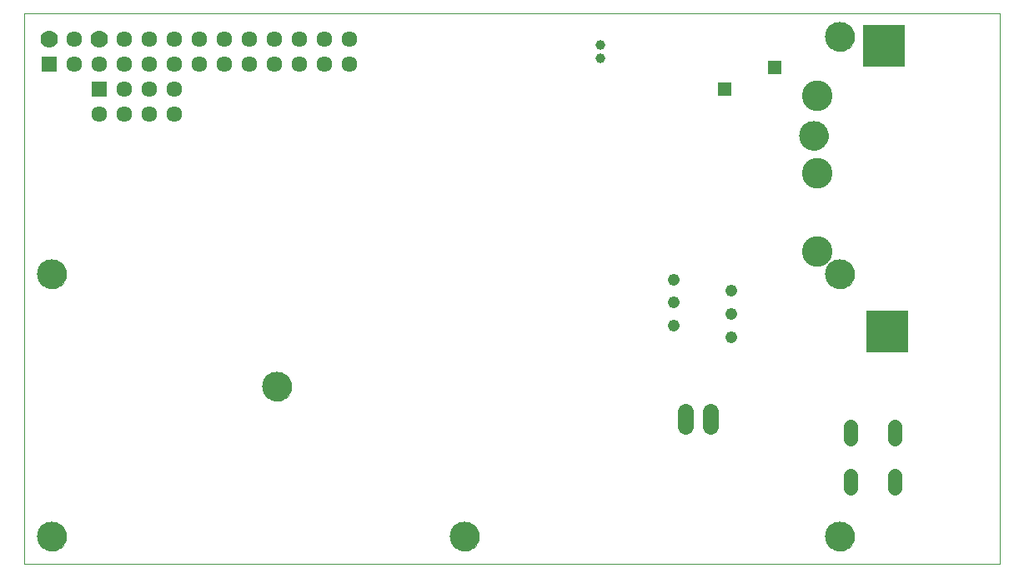
<source format=gbs>
G75*
%MOIN*%
%OFA0B0*%
%FSLAX24Y24*%
%IPPOS*%
%LPD*%
%AMOC8*
5,1,8,0,0,1.08239X$1,22.5*
%
%ADD10C,0.0000*%
%ADD11R,0.0634X0.0634*%
%ADD12C,0.0700*%
%ADD13C,0.0634*%
%ADD14C,0.1182*%
%ADD15C,0.0390*%
%ADD16C,0.0555*%
%ADD17C,0.0476*%
%ADD18C,0.0640*%
%ADD19C,0.1221*%
%ADD20R,0.0555X0.0555*%
%ADD21R,0.1700X0.1700*%
D10*
X000100Y000185D02*
X000100Y022232D01*
X039076Y022232D01*
X039076Y000185D01*
X000100Y000185D01*
X000623Y001301D02*
X000625Y001348D01*
X000631Y001395D01*
X000640Y001441D01*
X000654Y001486D01*
X000671Y001530D01*
X000692Y001573D01*
X000716Y001613D01*
X000743Y001652D01*
X000774Y001688D01*
X000807Y001721D01*
X000843Y001752D01*
X000882Y001779D01*
X000922Y001803D01*
X000965Y001824D01*
X001009Y001841D01*
X001054Y001855D01*
X001100Y001864D01*
X001147Y001870D01*
X001194Y001872D01*
X001241Y001870D01*
X001288Y001864D01*
X001334Y001855D01*
X001379Y001841D01*
X001423Y001824D01*
X001466Y001803D01*
X001506Y001779D01*
X001545Y001752D01*
X001581Y001721D01*
X001614Y001688D01*
X001645Y001652D01*
X001672Y001613D01*
X001696Y001573D01*
X001717Y001530D01*
X001734Y001486D01*
X001748Y001441D01*
X001757Y001395D01*
X001763Y001348D01*
X001765Y001301D01*
X001763Y001254D01*
X001757Y001207D01*
X001748Y001161D01*
X001734Y001116D01*
X001717Y001072D01*
X001696Y001029D01*
X001672Y000989D01*
X001645Y000950D01*
X001614Y000914D01*
X001581Y000881D01*
X001545Y000850D01*
X001506Y000823D01*
X001466Y000799D01*
X001423Y000778D01*
X001379Y000761D01*
X001334Y000747D01*
X001288Y000738D01*
X001241Y000732D01*
X001194Y000730D01*
X001147Y000732D01*
X001100Y000738D01*
X001054Y000747D01*
X001009Y000761D01*
X000965Y000778D01*
X000922Y000799D01*
X000882Y000823D01*
X000843Y000850D01*
X000807Y000881D01*
X000774Y000914D01*
X000743Y000950D01*
X000716Y000989D01*
X000692Y001029D01*
X000671Y001072D01*
X000654Y001116D01*
X000640Y001161D01*
X000631Y001207D01*
X000625Y001254D01*
X000623Y001301D01*
X009623Y007301D02*
X009625Y007348D01*
X009631Y007395D01*
X009640Y007441D01*
X009654Y007486D01*
X009671Y007530D01*
X009692Y007573D01*
X009716Y007613D01*
X009743Y007652D01*
X009774Y007688D01*
X009807Y007721D01*
X009843Y007752D01*
X009882Y007779D01*
X009922Y007803D01*
X009965Y007824D01*
X010009Y007841D01*
X010054Y007855D01*
X010100Y007864D01*
X010147Y007870D01*
X010194Y007872D01*
X010241Y007870D01*
X010288Y007864D01*
X010334Y007855D01*
X010379Y007841D01*
X010423Y007824D01*
X010466Y007803D01*
X010506Y007779D01*
X010545Y007752D01*
X010581Y007721D01*
X010614Y007688D01*
X010645Y007652D01*
X010672Y007613D01*
X010696Y007573D01*
X010717Y007530D01*
X010734Y007486D01*
X010748Y007441D01*
X010757Y007395D01*
X010763Y007348D01*
X010765Y007301D01*
X010763Y007254D01*
X010757Y007207D01*
X010748Y007161D01*
X010734Y007116D01*
X010717Y007072D01*
X010696Y007029D01*
X010672Y006989D01*
X010645Y006950D01*
X010614Y006914D01*
X010581Y006881D01*
X010545Y006850D01*
X010506Y006823D01*
X010466Y006799D01*
X010423Y006778D01*
X010379Y006761D01*
X010334Y006747D01*
X010288Y006738D01*
X010241Y006732D01*
X010194Y006730D01*
X010147Y006732D01*
X010100Y006738D01*
X010054Y006747D01*
X010009Y006761D01*
X009965Y006778D01*
X009922Y006799D01*
X009882Y006823D01*
X009843Y006850D01*
X009807Y006881D01*
X009774Y006914D01*
X009743Y006950D01*
X009716Y006989D01*
X009692Y007029D01*
X009671Y007072D01*
X009654Y007116D01*
X009640Y007161D01*
X009631Y007207D01*
X009625Y007254D01*
X009623Y007301D01*
X000623Y011801D02*
X000625Y011848D01*
X000631Y011895D01*
X000640Y011941D01*
X000654Y011986D01*
X000671Y012030D01*
X000692Y012073D01*
X000716Y012113D01*
X000743Y012152D01*
X000774Y012188D01*
X000807Y012221D01*
X000843Y012252D01*
X000882Y012279D01*
X000922Y012303D01*
X000965Y012324D01*
X001009Y012341D01*
X001054Y012355D01*
X001100Y012364D01*
X001147Y012370D01*
X001194Y012372D01*
X001241Y012370D01*
X001288Y012364D01*
X001334Y012355D01*
X001379Y012341D01*
X001423Y012324D01*
X001466Y012303D01*
X001506Y012279D01*
X001545Y012252D01*
X001581Y012221D01*
X001614Y012188D01*
X001645Y012152D01*
X001672Y012113D01*
X001696Y012073D01*
X001717Y012030D01*
X001734Y011986D01*
X001748Y011941D01*
X001757Y011895D01*
X001763Y011848D01*
X001765Y011801D01*
X001763Y011754D01*
X001757Y011707D01*
X001748Y011661D01*
X001734Y011616D01*
X001717Y011572D01*
X001696Y011529D01*
X001672Y011489D01*
X001645Y011450D01*
X001614Y011414D01*
X001581Y011381D01*
X001545Y011350D01*
X001506Y011323D01*
X001466Y011299D01*
X001423Y011278D01*
X001379Y011261D01*
X001334Y011247D01*
X001288Y011238D01*
X001241Y011232D01*
X001194Y011230D01*
X001147Y011232D01*
X001100Y011238D01*
X001054Y011247D01*
X001009Y011261D01*
X000965Y011278D01*
X000922Y011299D01*
X000882Y011323D01*
X000843Y011350D01*
X000807Y011381D01*
X000774Y011414D01*
X000743Y011450D01*
X000716Y011489D01*
X000692Y011529D01*
X000671Y011572D01*
X000654Y011616D01*
X000640Y011661D01*
X000631Y011707D01*
X000625Y011754D01*
X000623Y011801D01*
X017123Y001301D02*
X017125Y001348D01*
X017131Y001395D01*
X017140Y001441D01*
X017154Y001486D01*
X017171Y001530D01*
X017192Y001573D01*
X017216Y001613D01*
X017243Y001652D01*
X017274Y001688D01*
X017307Y001721D01*
X017343Y001752D01*
X017382Y001779D01*
X017422Y001803D01*
X017465Y001824D01*
X017509Y001841D01*
X017554Y001855D01*
X017600Y001864D01*
X017647Y001870D01*
X017694Y001872D01*
X017741Y001870D01*
X017788Y001864D01*
X017834Y001855D01*
X017879Y001841D01*
X017923Y001824D01*
X017966Y001803D01*
X018006Y001779D01*
X018045Y001752D01*
X018081Y001721D01*
X018114Y001688D01*
X018145Y001652D01*
X018172Y001613D01*
X018196Y001573D01*
X018217Y001530D01*
X018234Y001486D01*
X018248Y001441D01*
X018257Y001395D01*
X018263Y001348D01*
X018265Y001301D01*
X018263Y001254D01*
X018257Y001207D01*
X018248Y001161D01*
X018234Y001116D01*
X018217Y001072D01*
X018196Y001029D01*
X018172Y000989D01*
X018145Y000950D01*
X018114Y000914D01*
X018081Y000881D01*
X018045Y000850D01*
X018006Y000823D01*
X017966Y000799D01*
X017923Y000778D01*
X017879Y000761D01*
X017834Y000747D01*
X017788Y000738D01*
X017741Y000732D01*
X017694Y000730D01*
X017647Y000732D01*
X017600Y000738D01*
X017554Y000747D01*
X017509Y000761D01*
X017465Y000778D01*
X017422Y000799D01*
X017382Y000823D01*
X017343Y000850D01*
X017307Y000881D01*
X017274Y000914D01*
X017243Y000950D01*
X017216Y000989D01*
X017192Y001029D01*
X017171Y001072D01*
X017154Y001116D01*
X017140Y001161D01*
X017131Y001207D01*
X017125Y001254D01*
X017123Y001301D01*
X032123Y001301D02*
X032125Y001348D01*
X032131Y001395D01*
X032140Y001441D01*
X032154Y001486D01*
X032171Y001530D01*
X032192Y001573D01*
X032216Y001613D01*
X032243Y001652D01*
X032274Y001688D01*
X032307Y001721D01*
X032343Y001752D01*
X032382Y001779D01*
X032422Y001803D01*
X032465Y001824D01*
X032509Y001841D01*
X032554Y001855D01*
X032600Y001864D01*
X032647Y001870D01*
X032694Y001872D01*
X032741Y001870D01*
X032788Y001864D01*
X032834Y001855D01*
X032879Y001841D01*
X032923Y001824D01*
X032966Y001803D01*
X033006Y001779D01*
X033045Y001752D01*
X033081Y001721D01*
X033114Y001688D01*
X033145Y001652D01*
X033172Y001613D01*
X033196Y001573D01*
X033217Y001530D01*
X033234Y001486D01*
X033248Y001441D01*
X033257Y001395D01*
X033263Y001348D01*
X033265Y001301D01*
X033263Y001254D01*
X033257Y001207D01*
X033248Y001161D01*
X033234Y001116D01*
X033217Y001072D01*
X033196Y001029D01*
X033172Y000989D01*
X033145Y000950D01*
X033114Y000914D01*
X033081Y000881D01*
X033045Y000850D01*
X033006Y000823D01*
X032966Y000799D01*
X032923Y000778D01*
X032879Y000761D01*
X032834Y000747D01*
X032788Y000738D01*
X032741Y000732D01*
X032694Y000730D01*
X032647Y000732D01*
X032600Y000738D01*
X032554Y000747D01*
X032509Y000761D01*
X032465Y000778D01*
X032422Y000799D01*
X032382Y000823D01*
X032343Y000850D01*
X032307Y000881D01*
X032274Y000914D01*
X032243Y000950D01*
X032216Y000989D01*
X032192Y001029D01*
X032171Y001072D01*
X032154Y001116D01*
X032140Y001161D01*
X032131Y001207D01*
X032125Y001254D01*
X032123Y001301D01*
X032123Y011801D02*
X032125Y011848D01*
X032131Y011895D01*
X032140Y011941D01*
X032154Y011986D01*
X032171Y012030D01*
X032192Y012073D01*
X032216Y012113D01*
X032243Y012152D01*
X032274Y012188D01*
X032307Y012221D01*
X032343Y012252D01*
X032382Y012279D01*
X032422Y012303D01*
X032465Y012324D01*
X032509Y012341D01*
X032554Y012355D01*
X032600Y012364D01*
X032647Y012370D01*
X032694Y012372D01*
X032741Y012370D01*
X032788Y012364D01*
X032834Y012355D01*
X032879Y012341D01*
X032923Y012324D01*
X032966Y012303D01*
X033006Y012279D01*
X033045Y012252D01*
X033081Y012221D01*
X033114Y012188D01*
X033145Y012152D01*
X033172Y012113D01*
X033196Y012073D01*
X033217Y012030D01*
X033234Y011986D01*
X033248Y011941D01*
X033257Y011895D01*
X033263Y011848D01*
X033265Y011801D01*
X033263Y011754D01*
X033257Y011707D01*
X033248Y011661D01*
X033234Y011616D01*
X033217Y011572D01*
X033196Y011529D01*
X033172Y011489D01*
X033145Y011450D01*
X033114Y011414D01*
X033081Y011381D01*
X033045Y011350D01*
X033006Y011323D01*
X032966Y011299D01*
X032923Y011278D01*
X032879Y011261D01*
X032834Y011247D01*
X032788Y011238D01*
X032741Y011232D01*
X032694Y011230D01*
X032647Y011232D01*
X032600Y011238D01*
X032554Y011247D01*
X032509Y011261D01*
X032465Y011278D01*
X032422Y011299D01*
X032382Y011323D01*
X032343Y011350D01*
X032307Y011381D01*
X032274Y011414D01*
X032243Y011450D01*
X032216Y011489D01*
X032192Y011529D01*
X032171Y011572D01*
X032154Y011616D01*
X032140Y011661D01*
X032131Y011707D01*
X032125Y011754D01*
X032123Y011801D01*
X031080Y017341D02*
X031082Y017388D01*
X031088Y017435D01*
X031097Y017481D01*
X031111Y017526D01*
X031128Y017570D01*
X031149Y017613D01*
X031173Y017653D01*
X031200Y017692D01*
X031231Y017728D01*
X031264Y017761D01*
X031300Y017792D01*
X031339Y017819D01*
X031379Y017843D01*
X031422Y017864D01*
X031466Y017881D01*
X031511Y017895D01*
X031557Y017904D01*
X031604Y017910D01*
X031651Y017912D01*
X031698Y017910D01*
X031745Y017904D01*
X031791Y017895D01*
X031836Y017881D01*
X031880Y017864D01*
X031923Y017843D01*
X031963Y017819D01*
X032002Y017792D01*
X032038Y017761D01*
X032071Y017728D01*
X032102Y017692D01*
X032129Y017653D01*
X032153Y017613D01*
X032174Y017570D01*
X032191Y017526D01*
X032205Y017481D01*
X032214Y017435D01*
X032220Y017388D01*
X032222Y017341D01*
X032220Y017294D01*
X032214Y017247D01*
X032205Y017201D01*
X032191Y017156D01*
X032174Y017112D01*
X032153Y017069D01*
X032129Y017029D01*
X032102Y016990D01*
X032071Y016954D01*
X032038Y016921D01*
X032002Y016890D01*
X031963Y016863D01*
X031923Y016839D01*
X031880Y016818D01*
X031836Y016801D01*
X031791Y016787D01*
X031745Y016778D01*
X031698Y016772D01*
X031651Y016770D01*
X031604Y016772D01*
X031557Y016778D01*
X031511Y016787D01*
X031466Y016801D01*
X031422Y016818D01*
X031379Y016839D01*
X031339Y016863D01*
X031300Y016890D01*
X031264Y016921D01*
X031231Y016954D01*
X031200Y016990D01*
X031173Y017029D01*
X031149Y017069D01*
X031128Y017112D01*
X031111Y017156D01*
X031097Y017201D01*
X031088Y017247D01*
X031082Y017294D01*
X031080Y017341D01*
X032123Y021301D02*
X032125Y021348D01*
X032131Y021395D01*
X032140Y021441D01*
X032154Y021486D01*
X032171Y021530D01*
X032192Y021573D01*
X032216Y021613D01*
X032243Y021652D01*
X032274Y021688D01*
X032307Y021721D01*
X032343Y021752D01*
X032382Y021779D01*
X032422Y021803D01*
X032465Y021824D01*
X032509Y021841D01*
X032554Y021855D01*
X032600Y021864D01*
X032647Y021870D01*
X032694Y021872D01*
X032741Y021870D01*
X032788Y021864D01*
X032834Y021855D01*
X032879Y021841D01*
X032923Y021824D01*
X032966Y021803D01*
X033006Y021779D01*
X033045Y021752D01*
X033081Y021721D01*
X033114Y021688D01*
X033145Y021652D01*
X033172Y021613D01*
X033196Y021573D01*
X033217Y021530D01*
X033234Y021486D01*
X033248Y021441D01*
X033257Y021395D01*
X033263Y021348D01*
X033265Y021301D01*
X033263Y021254D01*
X033257Y021207D01*
X033248Y021161D01*
X033234Y021116D01*
X033217Y021072D01*
X033196Y021029D01*
X033172Y020989D01*
X033145Y020950D01*
X033114Y020914D01*
X033081Y020881D01*
X033045Y020850D01*
X033006Y020823D01*
X032966Y020799D01*
X032923Y020778D01*
X032879Y020761D01*
X032834Y020747D01*
X032788Y020738D01*
X032741Y020732D01*
X032694Y020730D01*
X032647Y020732D01*
X032600Y020738D01*
X032554Y020747D01*
X032509Y020761D01*
X032465Y020778D01*
X032422Y020799D01*
X032382Y020823D01*
X032343Y020850D01*
X032307Y020881D01*
X032274Y020914D01*
X032243Y020950D01*
X032216Y020989D01*
X032192Y021029D01*
X032171Y021072D01*
X032154Y021116D01*
X032140Y021161D01*
X032131Y021207D01*
X032125Y021254D01*
X032123Y021301D01*
D11*
X003100Y019185D03*
X001100Y020185D03*
D12*
X001100Y021185D03*
X003100Y021185D03*
D13*
X002100Y021185D03*
X002100Y020185D03*
X003100Y020185D03*
X004100Y020185D03*
X005100Y020185D03*
X006100Y020185D03*
X007100Y020185D03*
X008100Y020185D03*
X009100Y020185D03*
X010100Y020185D03*
X011100Y020185D03*
X012100Y020185D03*
X013100Y020185D03*
X013100Y021185D03*
X012100Y021185D03*
X011100Y021185D03*
X010100Y021185D03*
X009100Y021185D03*
X008100Y021185D03*
X007100Y021185D03*
X006100Y021185D03*
X005100Y021185D03*
X004100Y021185D03*
X004100Y019185D03*
X005100Y019185D03*
X006100Y019185D03*
X006100Y018185D03*
X005100Y018185D03*
X004100Y018185D03*
X003100Y018185D03*
D14*
X001194Y011801D03*
X010194Y007301D03*
X017694Y001301D03*
X032694Y001301D03*
X032694Y011801D03*
X031651Y017341D03*
X032694Y021301D03*
X001194Y001301D03*
D15*
X023131Y020421D03*
X023131Y020972D03*
D16*
X033116Y005702D02*
X033116Y005187D01*
X034887Y005187D02*
X034887Y005702D01*
X034887Y003734D02*
X034887Y003219D01*
X033116Y003219D02*
X033116Y003734D01*
D17*
X028368Y009276D03*
X028368Y010197D03*
X028368Y011118D03*
X026065Y010657D03*
X026065Y011579D03*
X026065Y009736D03*
D18*
X026529Y006312D02*
X026529Y005712D01*
X027529Y005712D02*
X027529Y006312D01*
D19*
X031801Y012709D03*
X031801Y015819D03*
X031801Y018929D03*
D20*
X030100Y020067D03*
X028092Y019201D03*
D21*
X034470Y020933D03*
X034588Y009516D03*
M02*

</source>
